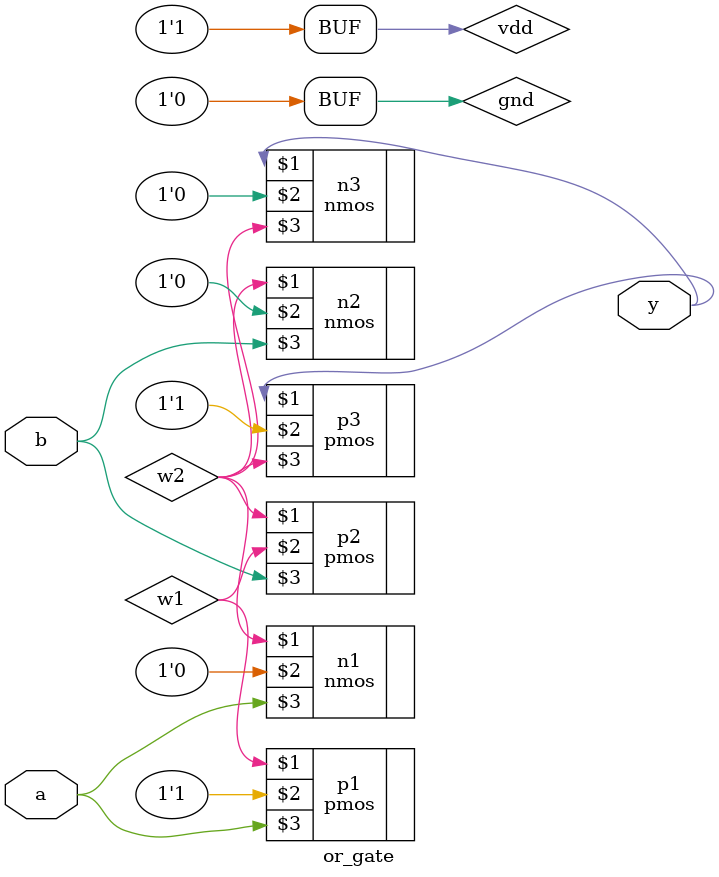
<source format=v>
module or_gate(input a,b, output y);
 // internal signals
	wire w1,w2;
	supply1 vdd;
	supply0 gnd;

		pmos p1(w1,vdd,a);
		pmos p2(w2,w1,b);
		pmos p3(y,vdd,w2);
		
		nmos n1(w2,gnd,a);
		nmos n2(w2,gnd,b);
		nmos n3(y,gnd,w2);



endmodule
</source>
